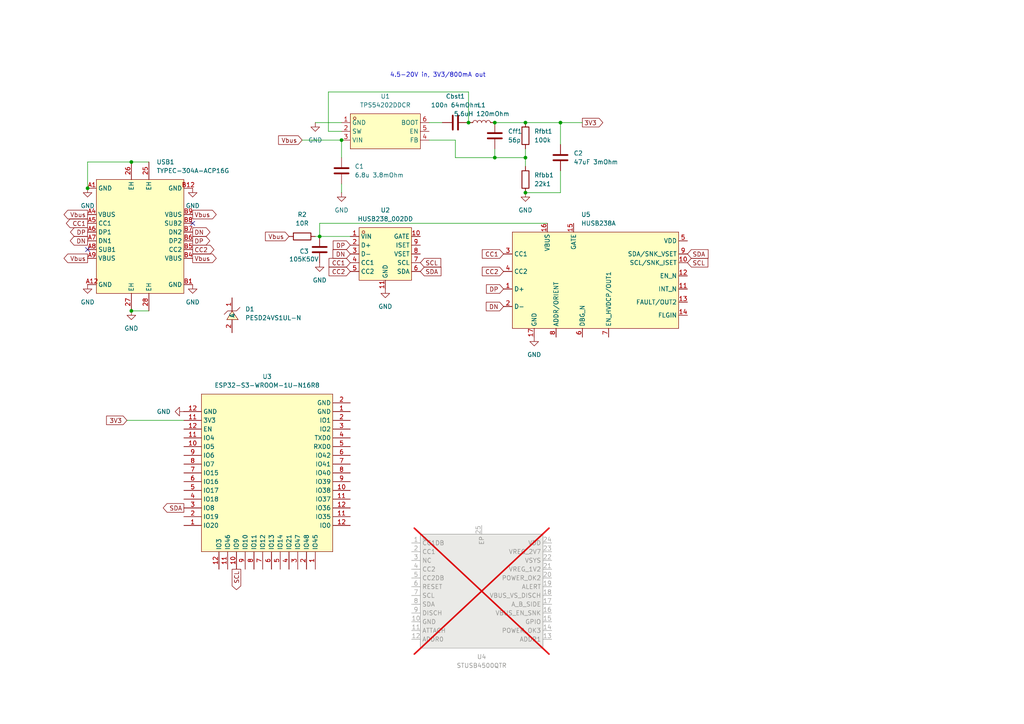
<source format=kicad_sch>
(kicad_sch (version 20231120) (generator "eeschema") (generator_version "8.0")
  (paper "A4")
  (lib_symbols
    (symbol "Device:C" (pin_numbers hide) (pin_names (offset 0.254))
      (property "Reference" "C" (at 0.635 2.54 0))
      (property "Value" "C" (at 0.635 -2.54 0))
      (symbol "C_0_1"
        (polyline (pts (xy -2.032 -0.762) (xy 2.032 -0.762)) (stroke (width 0.508)))
        (polyline (pts (xy -2.032 0.762) (xy 2.032 0.762)) (stroke (width 0.508)))
      )
      (symbol "C_1_1"
        (pin passive line (at 0 3.81 270) (length 2.794) (name "~") (number "1"))
        (pin passive line (at 0 -3.81 90) (length 2.794) (name "~") (number "2"))
      )
    )
    (symbol "Device:L" (pin_numbers hide) (pin_names (offset 1.016) hide)
      (property "Reference" "L" (at -1.27 0 90))
      (property "Value" "L" (at 1.905 0 90))
      (symbol "L_0_1"
        (arc (start 0 -2.54) (mid 0.6323 -1.905) (end 0 -1.27))
        (arc (start 0 -1.27) (mid 0.6323 -0.635) (end 0 0))
        (arc (start 0 0) (mid 0.6323 0.635) (end 0 1.27))
        (arc (start 0 1.27) (mid 0.6323 1.905) (end 0 2.54))
      )
      (symbol "L_1_1"
        (pin passive line (at 0 3.81 270) (length 1.27) (name "1") (number "1"))
        (pin passive line (at 0 -3.81 90) (length 1.27) (name "2") (number "2"))
      )
    )
    (symbol "Device:R" (pin_numbers hide) (pin_names (offset 0))
      (property "Reference" "R" (at 2.032 0 90))
      (property "Value" "R" (at 0 0 90))
      (symbol "R_0_1"
        (rectangle (start -1.016 -2.54) (end 1.016 2.54) (stroke (width 0.254)))
      )
      (symbol "R_1_1"
        (pin passive line (at 0 3.81 270) (length 1.27) (name "~") (number "1"))
        (pin passive line (at 0 -3.81 90) (length 1.27) (name "~") (number "2"))
      )
    )
    (symbol "EasyEda2Kicad:ESP32-S3-WROOM-1U-N16R8"
      (property "Reference" "U" (at 0 27.94 0))
      (property "Value" "ESP32-S3-WROOM-1U-N16R8" (at 0 -30.48 0))
      (symbol "ESP32-S3-WROOM-1U-N16R8_0_1"
        (rectangle (start -19.05 25.4) (end 19.05 -20.32) (fill (type background)))
        (pin power_in line (at 24.13 20.32 180) (length 5.08) (name "GND") (number "1"))
        (pin unspecified line (at -24.13 -12.7 0) (length 5.08) (name "IO20") (number "1"))
        (pin unspecified line (at 13.97 -25.4 90) (length 5.08) (name "IO45") (number "1"))
        (pin unspecified line (at 24.13 -2.54 180) (length 5.08) (name "IO38") (number "10"))
        (pin unspecified line (at -24.13 10.16 0) (length 5.08) (name "IO5") (number "10"))
        (pin unspecified line (at -8.89 -25.4 90) (length 5.08) (name "IO9") (number "10"))
        (pin power_in line (at -24.13 17.78 0) (length 5.08) (name "3V3") (number "11"))
        (pin unspecified line (at 24.13 -10.16 180) (length 5.08) (name "IO35") (number "11"))
        (pin unspecified line (at 24.13 -5.08 180) (length 5.08) (name "IO37") (number "11"))
        (pin unspecified line (at -24.13 12.7 0) (length 5.08) (name "IO4") (number "11"))
        (pin unspecified line (at -11.43 -25.4 90) (length 5.08) (name "IO46") (number "11"))
        (pin unspecified line (at -24.13 15.24 0) (length 5.08) (name "EN") (number "12"))
        (pin power_in line (at -24.13 20.32 0) (length 5.08) (name "GND") (number "12"))
        (pin unspecified line (at 24.13 -12.7 180) (length 5.08) (name "IO0") (number "12"))
        (pin unspecified line (at -13.97 -25.4 90) (length 5.08) (name "IO3") (number "12"))
        (pin unspecified line (at 24.13 -7.62 180) (length 5.08) (name "IO36") (number "12"))
        (pin power_in line (at 24.13 22.86 180) (length 5.08) (name "GND") (number "2"))
        (pin unspecified line (at 24.13 17.78 180) (length 5.08) (name "IO1") (number "2"))
        (pin unspecified line (at -24.13 -10.16 0) (length 5.08) (name "IO19") (number "2"))
        (pin unspecified line (at 11.43 -25.4 90) (length 5.08) (name "IO48") (number "2"))
        (pin unspecified line (at 24.13 15.24 180) (length 5.08) (name "IO2") (number "3"))
        (pin unspecified line (at 8.89 -25.4 90) (length 5.08) (name "IO47") (number "3"))
        (pin unspecified line (at -24.13 -7.62 0) (length 5.08) (name "IO8") (number "3"))
        (pin unspecified line (at -24.13 -5.08 0) (length 5.08) (name "IO18") (number "4"))
        (pin unspecified line (at 6.35 -25.4 90) (length 5.08) (name "IO21") (number "4"))
        (pin unspecified line (at 24.13 12.7 180) (length 5.08) (name "TXD0") (number "4"))
        (pin unspecified line (at 3.81 -25.4 90) (length 5.08) (name "IO14") (number "5"))
        (pin unspecified line (at -24.13 -2.54 0) (length 5.08) (name "IO17") (number "5"))
        (pin unspecified line (at 24.13 10.16 180) (length 5.08) (name "RXD0") (number "5"))
        (pin unspecified line (at 1.27 -25.4 90) (length 5.08) (name "IO13") (number "6"))
        (pin unspecified line (at -24.13 0 0) (length 5.08) (name "IO16") (number "6"))
        (pin unspecified line (at 24.13 7.62 180) (length 5.08) (name "IO42") (number "6"))
        (pin unspecified line (at -1.27 -25.4 90) (length 5.08) (name "IO12") (number "7"))
        (pin unspecified line (at -24.13 2.54 0) (length 5.08) (name "IO15") (number "7"))
        (pin unspecified line (at 24.13 5.08 180) (length 5.08) (name "IO41") (number "7"))
        (pin unspecified line (at -3.81 -25.4 90) (length 5.08) (name "IO11") (number "8"))
        (pin unspecified line (at 24.13 2.54 180) (length 5.08) (name "IO40") (number "8"))
        (pin unspecified line (at -24.13 5.08 0) (length 5.08) (name "IO7") (number "8"))
        (pin unspecified line (at -6.35 -25.4 90) (length 5.08) (name "IO10") (number "9"))
        (pin unspecified line (at 24.13 0 180) (length 5.08) (name "IO39") (number "9"))
        (pin unspecified line (at -24.13 7.62 0) (length 5.08) (name "IO6") (number "9"))
      )
    )
    (symbol "EasyEda2Kicad:HUSB238A"
      (property "Reference" "U" (at 0 21.59 0))
      (property "Value" "HUSB238A" (at 0 -21.59 0))
      (symbol "HUSB238A_0_1"
        (rectangle (start -24.13 13.97) (end 24.13 -13.97) (fill (type background)))
        (pin unspecified line (at -26.67 -2.54 0) (length 2.54) (name "D+") (number "1"))
        (pin unspecified line (at 26.67 5.08 180) (length 2.54) (name "SCL/SNK_ISET") (number "10"))
        (pin unspecified line (at 26.67 -2.54 180) (length 2.54) (name "INT_N") (number "11"))
        (pin unspecified line (at 26.67 1.27 180) (length 2.54) (name "EN_N") (number "12"))
        (pin unspecified line (at 26.67 -6.35 180) (length 2.54) (name "FAULT/OUT2") (number "13"))
        (pin unspecified line (at 26.67 -10.16 180) (length 2.54) (name "FLGIN") (number "14"))
        (pin unspecified line (at -6.35 16.51 270) (length 2.54) (name "GATE") (number "15"))
        (pin unspecified line (at -13.97 16.51 270) (length 2.54) (name "VBUS") (number "16"))
        (pin unspecified line (at -17.78 -16.51 90) (length 2.54) (name "GND") (number "17"))
        (pin unspecified line (at -26.67 -7.62 0) (length 2.54) (name "D-") (number "2"))
        (pin unspecified line (at -26.67 7.62 0) (length 2.54) (name "CC1") (number "3"))
        (pin unspecified line (at -26.67 2.54 0) (length 2.54) (name "CC2") (number "4"))
        (pin unspecified line (at 26.67 11.43 180) (length 2.54) (name "VDD") (number "5"))
        (pin unspecified line (at -3.81 -16.51 90) (length 2.54) (name "DBG_N") (number "6"))
        (pin unspecified line (at 3.81 -16.51 90) (length 2.54) (name "EN_HVDCP/OUT1") (number "7"))
        (pin unspecified line (at -11.43 -16.51 90) (length 2.54) (name "ADDR/ORIENT") (number "8"))
        (pin unspecified line (at 26.67 7.62 180) (length 2.54) (name "SDA/SNK_VSET") (number "9"))
      )
    )
    (symbol "EasyEda2Kicad:HUSB238_002DD"
      (property "Reference" "U" (at 0 10.16 0))
      (property "Value" "HUSB238_002DD" (at 0 -15.24 0))
      (symbol "HUSB238_002DD_0_1"
        (rectangle (start -7.62 7.62) (end 7.62 -7.62) (fill (type background)))
        (circle (center -6.35 6.35) (radius 0.38))
        (pin unspecified line (at -10.16 5.08 0) (length 2.54) (name "VIN") (number "1"))
        (pin unspecified line (at 10.16 5.08 180) (length 2.54) (name "GATE") (number "10"))
        (pin unspecified line (at 0 -10.16 90) (length 2.54) (name "GND") (number "11"))
        (pin unspecified line (at -10.16 2.54 0) (length 2.54) (name "D+") (number "2"))
        (pin unspecified line (at -10.16 0 0) (length 2.54) (name "D-") (number "3"))
        (pin unspecified line (at -10.16 -2.54 0) (length 2.54) (name "CC1") (number "4"))
        (pin unspecified line (at -10.16 -5.08 0) (length 2.54) (name "CC2") (number "5"))
        (pin unspecified line (at 10.16 -5.08 180) (length 2.54) (name "SDA") (number "6"))
        (pin unspecified line (at 10.16 -2.54 180) (length 2.54) (name "SCL") (number "7"))
        (pin unspecified line (at 10.16 0 180) (length 2.54) (name "VSET") (number "8"))
        (pin unspecified line (at 10.16 2.54 180) (length 2.54) (name "ISET") (number "9"))
      )
    )
    (symbol "EasyEda2Kicad:PESD24VS1UL-N"
      (property "Reference" "D" (at 0 5.08 0))
      (property "Value" "PESD24VS1UL-N" (at 0 -5.08 0))
      (symbol "PESD24VS1UL-N_0_1"
        (polyline (pts (xy -2.29 2.29) (xy -1.27 1.27) (xy -1.27 -1.27) (xy -0.25 -2.29)))
        (polyline (pts (xy 1.27 -1.52) (xy -1.27 0) (xy 1.27 1.78) (xy 1.27 -1.52)) (fill (type background)))
        (pin unspecified line (at -5.08 0 0) (length 3.81) (name "C") (number "1"))
        (pin unspecified line (at 5.08 0 180) (length 3.81) (name "A") (number "2"))
      )
    )
    (symbol "EasyEda2Kicad:TPS54202DDCR"
      (property "Reference" "U" (at 0 7.62 0))
      (property "Value" "TPS54202DDCR" (at 0 -7.62 0))
      (symbol "TPS54202DDCR_0_1"
        (rectangle (start -10.16 5.08) (end 10.16 -5.08) (fill (type background)))
        (circle (center -8.89 3.81) (radius 0.38))
        (pin unspecified line (at -12.7 2.54 0) (length 2.54) (name "GND") (number "1"))
        (pin unspecified line (at -12.7 0 0) (length 2.54) (name "SW") (number "2"))
        (pin unspecified line (at -12.7 -2.54 0) (length 2.54) (name "VIN") (number "3"))
        (pin unspecified line (at 12.7 -2.54 180) (length 2.54) (name "FB") (number "4"))
        (pin unspecified line (at 12.7 0 180) (length 2.54) (name "EN") (number "5"))
        (pin unspecified line (at 12.7 2.54 180) (length 2.54) (name "BOOT") (number "6"))
      )
    )
    (symbol "EasyEda2Kicad:TYPEC-304A-ACP16G"
      (property "Reference" "USB" (at 0 27.94 0))
      (property "Value" "TYPEC-304A-ACP16G" (at 0 -25.4 0))
      (symbol "TYPEC-304A-ACP16G_0_1"
        (rectangle (start -12.7 17.78) (end 12.7 -15.24) (fill (type background)))
        (pin unspecified line (at 2.54 22.86 270) (length 5.08) (name "EH") (number "25"))
        (pin unspecified line (at -2.54 22.86 270) (length 5.08) (name "EH") (number "26"))
        (pin unspecified line (at -2.54 -20.32 90) (length 5.08) (name "EH") (number "27"))
        (pin unspecified line (at 2.54 -20.32 90) (length 5.08) (name "EH") (number "28"))
        (pin unspecified line (at -15.24 15.24 0) (length 2.54) (name "GND") (number "A1"))
        (pin unspecified line (at -15.24 -12.7 0) (length 2.54) (name "GND") (number "A12"))
        (pin unspecified line (at -15.24 7.62 0) (length 2.54) (name "VBUS") (number "A4"))
        (pin unspecified line (at -15.24 5.08 0) (length 2.54) (name "CC1") (number "A5"))
        (pin unspecified line (at -15.24 2.54 0) (length 2.54) (name "DP1") (number "A6"))
        (pin unspecified line (at -15.24 0 0) (length 2.54) (name "DN1") (number "A7"))
        (pin unspecified line (at -15.24 -2.54 0) (length 2.54) (name "SUB1") (number "A8"))
        (pin unspecified line (at -15.24 -5.08 0) (length 2.54) (name "VBUS") (number "A9"))
        (pin unspecified line (at 15.24 -12.7 180) (length 2.54) (name "GND") (number "B1"))
        (pin unspecified line (at 15.24 15.24 180) (length 2.54) (name "GND") (number "B12"))
        (pin unspecified line (at 15.24 -5.08 180) (length 2.54) (name "VBUS") (number "B4"))
        (pin unspecified line (at 15.24 -2.54 180) (length 2.54) (name "CC2") (number "B5"))
        (pin unspecified line (at 15.24 0 180) (length 2.54) (name "DP2") (number "B6"))
        (pin unspecified line (at 15.24 2.54 180) (length 2.54) (name "DN2") (number "B7"))
        (pin unspecified line (at 15.24 5.08 180) (length 2.54) (name "SUB2") (number "B8"))
        (pin unspecified line (at 15.24 7.62 180) (length 2.54) (name "VBUS") (number "B9"))
      )
    )
    (symbol "STUSB4500QTR_1"
      (property "Reference" "U" (at 0 24.13 0))
      (property "Value" "STUSB4500QTR" (at 0 -19.05 0))
      (symbol "STUSB4500QTR_1_0_1"
        (rectangle (start -17.78 16.51) (end 17.78 -16.51) (fill (type background)))
        (circle (center -16.51 15.24) (radius 0.38))
        (pin unspecified line (at -20.32 13.97 0) (length 2.54) (name "CC1DB") (number "1"))
        (pin unspecified line (at -20.32 -8.89 0) (length 2.54) (name "GND") (number "10"))
        (pin unspecified line (at -20.32 -11.43 0) (length 2.54) (name "ATTACH") (number "11"))
        (pin unspecified line (at -20.32 -13.97 0) (length 2.54) (name "ADDR0") (number "12"))
        (pin unspecified line (at 20.32 -13.97 180) (length 2.54) (name "ADDR1") (number "13"))
        (pin unspecified line (at 20.32 -11.43 180) (length 2.54) (name "POWER_OK3") (number "14"))
        (pin unspecified line (at 20.32 -8.89 180) (length 2.54) (name "GPIO") (number "15"))
        (pin unspecified line (at 20.32 -6.35 180) (length 2.54) (name "VBUS_EN_SNK") (number "16"))
        (pin unspecified line (at 20.32 -3.81 180) (length 2.54) (name "A_B_SIDE") (number "17"))
        (pin unspecified line (at 20.32 -1.27 180) (length 2.54) (name "VBUS_VS_DISCH") (number "18"))
        (pin unspecified line (at 20.32 1.27 180) (length 2.54) (name "ALERT") (number "19"))
        (pin unspecified line (at -20.32 11.43 0) (length 2.54) (name "CC1") (number "2"))
        (pin unspecified line (at 20.32 3.81 180) (length 2.54) (name "POWER_OK2") (number "20"))
        (pin unspecified line (at 20.32 6.35 180) (length 2.54) (name "VREG_1V2") (number "21"))
        (pin unspecified line (at 20.32 8.89 180) (length 2.54) (name "VSYS") (number "22"))
        (pin unspecified line (at 20.32 11.43 180) (length 2.54) (name "VREG_2V7") (number "23"))
        (pin unspecified line (at 20.32 13.97 180) (length 2.54) (name "VDD") (number "24"))
        (pin unspecified line (at 0 19.05 270) (length 2.54) (name "EP") (number "25"))
        (pin unspecified line (at -20.32 8.89 0) (length 2.54) (name "NC") (number "3"))
        (pin unspecified line (at -20.32 6.35 0) (length 2.54) (name "CC2") (number "4"))
        (pin unspecified line (at -20.32 3.81 0) (length 2.54) (name "CC2DB") (number "5"))
        (pin unspecified line (at -20.32 1.27 0) (length 2.54) (name "RESET") (number "6"))
        (pin unspecified line (at -20.32 -1.27 0) (length 2.54) (name "SCL") (number "7"))
        (pin unspecified line (at -20.32 -3.81 0) (length 2.54) (name "SDA") (number "8"))
        (pin unspecified line (at -20.32 -6.35 0) (length 2.54) (name "DISCH") (number "9"))
      )
    )
    (symbol "power:GND" (power) (pin_numbers hide) (pin_names (offset 0) hide)
      (property "Value" "GND" (at 0 -3.81 0))
      (symbol "GND_0_1"
        (polyline (pts (xy 0 0) (xy 0 -1.27) (xy 1.27 -1.27) (xy 0 -2.54) (xy -1.27 -1.27) (xy 0 -1.27)))
      )
      (symbol "GND_1_1"
        (pin power_in line (at 0 0 270) (length 0) (name "~") (number "1"))
      )
    )
  )
  (junction (at 152.4 45.72))
  (junction (at 38.1 46.99))
  (junction (at 38.1 90.17))
  (junction (at 152.4 55.88))
  (junction (at 152.4 35.56))
  (junction (at 162.56 35.56))
  (junction (at 99.06 40.64))
  (junction (at 25.4 54.61))
  (junction (at 92.71 68.58))
  (junction (at 143.51 35.56))
  (junction (at 135.89 35.56))
  (junction (at 143.51 45.72))
  (no_connect (at 55.88 64.77))
  (no_connect (at 25.4 72.39))
  (wire (pts (xy 143.51 45.72) (xy 143.51 43.18)))
  (wire (pts (xy 91.44 68.58) (xy 92.71 68.58)))
  (wire (pts (xy 87.63 40.64) (xy 99.06 40.64)))
  (wire (pts (xy 132.08 45.72) (xy 143.51 45.72)))
  (wire (pts (xy 128.27 35.56) (xy 124.46 35.56)))
  (wire (pts (xy 135.89 26.67) (xy 135.89 35.56)))
  (wire (pts (xy 132.08 40.64) (xy 132.08 45.72)))
  (wire (pts (xy 99.06 40.64) (xy 99.06 45.72)))
  (wire (pts (xy 162.56 35.56) (xy 152.4 35.56)))
  (wire (pts (xy 95.25 26.67) (xy 135.89 26.67)))
  (wire (pts (xy 92.71 64.77) (xy 92.71 68.58)))
  (wire (pts (xy 92.71 68.58) (xy 101.6 68.58)))
  (wire (pts (xy 162.56 49.53) (xy 162.56 55.88)))
  (wire (pts (xy 38.1 90.17) (xy 43.18 90.17)))
  (wire (pts (xy 143.51 35.56) (xy 152.4 35.56)))
  (wire (pts (xy 152.4 43.18) (xy 152.4 45.72)))
  (wire (pts (xy 36.83 121.92) (xy 53.34 121.92)))
  (wire (pts (xy 99.06 35.56) (xy 91.44 35.56)))
  (wire (pts (xy 152.4 45.72) (xy 143.51 45.72)))
  (wire (pts (xy 38.1 46.99) (xy 43.18 46.99)))
  (wire (pts (xy 162.56 55.88) (xy 152.4 55.88)))
  (wire (pts (xy 38.1 46.99) (xy 25.4 46.99)))
  (wire (pts (xy 99.06 38.1) (xy 95.25 38.1)))
  (wire (pts (xy 95.25 38.1) (xy 95.25 26.67)))
  (wire (pts (xy 152.4 45.72) (xy 152.4 48.26)))
  (wire (pts (xy 162.56 41.91) (xy 162.56 35.56)))
  (wire (pts (xy 124.46 40.64) (xy 132.08 40.64)))
  (wire (pts (xy 162.56 35.56) (xy 168.91 35.56)))
  (wire (pts (xy 25.4 46.99) (xy 25.4 54.61)))
  (wire (pts (xy 99.06 53.34) (xy 99.06 55.88)))
  (wire (pts (xy 92.71 64.77) (xy 158.75 64.77)))
  (text "4.5-20V in, 3V3/800mA out" (at 127 21.844 0) (effects (font (size 1.27 1.27))))
  (global_label "DP" (shape output) (at 25.4 67.31 180) (property "Intersheetrefs" "${INTERSHEET_REFS}" (effects (hide yes))))
  (global_label "SDA" (shape input) (at 121.92 78.74 0) (property "Intersheetrefs" "${INTERSHEET_REFS}" (effects (hide yes))))
  (global_label "DP" (shape output) (at 55.88 69.85 0) (property "Intersheetrefs" "${INTERSHEET_REFS}" (effects (hide yes))))
  (global_label "DN" (shape output) (at 55.88 67.31 0) (property "Intersheetrefs" "${INTERSHEET_REFS}" (effects (hide yes))))
  (global_label "DP" (shape input) (at 146.05 83.82 180) (property "Intersheetrefs" "${INTERSHEET_REFS}" (effects (hide yes))))
  (global_label "Vbus" (shape input) (at 83.82 68.58 180) (property "Intersheetrefs" "${INTERSHEET_REFS}" (effects (hide yes))))
  (global_label "SDA" (shape output) (at 53.34 147.32 180) (property "Intersheetrefs" "${INTERSHEET_REFS}" (effects (hide yes))))
  (global_label "Vbus" (shape output) (at 55.88 74.93 0) (property "Intersheetrefs" "${INTERSHEET_REFS}" (effects (hide yes))))
  (global_label "Vbus" (shape output) (at 55.88 62.23 0) (property "Intersheetrefs" "${INTERSHEET_REFS}" (effects (hide yes))))
  (global_label "SCL" (shape output) (at 68.58 165.1 270) (property "Intersheetrefs" "${INTERSHEET_REFS}" (effects (hide yes))))
  (global_label "SCL" (shape input) (at 199.39 76.2 0) (property "Intersheetrefs" "${INTERSHEET_REFS}" (effects (hide yes))))
  (global_label "DN" (shape input) (at 146.05 88.9 180) (property "Intersheetrefs" "${INTERSHEET_REFS}" (effects (hide yes))))
  (global_label "SDA" (shape input) (at 199.39 73.66 0) (property "Intersheetrefs" "${INTERSHEET_REFS}" (effects (hide yes))))
  (global_label "CC2" (shape input) (at 101.6 78.74 180) (property "Intersheetrefs" "${INTERSHEET_REFS}" (effects (hide yes))))
  (global_label "CC1" (shape input) (at 146.05 73.66 180) (property "Intersheetrefs" "${INTERSHEET_REFS}" (effects (hide yes))))
  (global_label "Vbus" (shape output) (at 25.4 62.23 180) (property "Intersheetrefs" "${INTERSHEET_REFS}" (effects (hide yes))))
  (global_label "DN" (shape input) (at 101.6 73.66 180) (property "Intersheetrefs" "${INTERSHEET_REFS}" (effects (hide yes))))
  (global_label "Vbus" (shape input) (at 87.63 40.64 180) (property "Intersheetrefs" "${INTERSHEET_REFS}" (effects (hide yes))))
  (global_label "CC2" (shape output) (at 55.88 72.39 0) (property "Intersheetrefs" "${INTERSHEET_REFS}" (effects (hide yes))))
  (global_label "Vbus" (shape output) (at 25.4 74.93 180) (property "Intersheetrefs" "${INTERSHEET_REFS}" (effects (hide yes))))
  (global_label "DN" (shape output) (at 25.4 69.85 180) (property "Intersheetrefs" "${INTERSHEET_REFS}" (effects (hide yes))))
  (global_label "CC1" (shape input) (at 101.6 76.2 180) (property "Intersheetrefs" "${INTERSHEET_REFS}" (effects (hide yes))))
  (global_label "3V3" (shape input) (at 36.83 121.92 180) (property "Intersheetrefs" "${INTERSHEET_REFS}" (effects (hide yes))))
  (global_label "CC1" (shape output) (at 25.4 64.77 180) (property "Intersheetrefs" "${INTERSHEET_REFS}" (effects (hide yes))))
  (global_label "SCL" (shape input) (at 121.92 76.2 0) (property "Intersheetrefs" "${INTERSHEET_REFS}" (effects (hide yes))))
  (global_label "3V3" (shape output) (at 168.91 35.56 0) (property "Intersheetrefs" "${INTERSHEET_REFS}" (effects (hide yes))))
  (global_label "DP" (shape input) (at 101.6 71.12 180) (property "Intersheetrefs" "${INTERSHEET_REFS}" (effects (hide yes))))
  (global_label "CC2" (shape input) (at 146.05 78.74 180) (property "Intersheetrefs" "${INTERSHEET_REFS}" (effects (hide yes))))
  (symbol (lib_id "EasyEda2Kicad:TYPEC-304A-ACP16G") (at 40.64 69.85 0) (unit 1)
    (property "Reference" "USB1" (at 45.3741 46.99 0) (effects (justify left)))
    (property "Value" "TYPEC-304A-ACP16G" (at 45.3741 49.53 0) (effects (justify left)))
    (property "Footprint" "easyeda2kicad:USB-C-SMD_XUNPU_TYPEC-304A-ACP16W" (effects (hide yes)))
    (property "LCSC Part" "C2909608" (effects (hide yes)))
  )
  (symbol (lib_id "power:GND") (at 99.06 55.88 0) (unit 1)
    (property "Reference" "#PWR07" (effects (hide yes)))
    (property "Value" "GND" (at 99.06 60.96 0))
    (property "Description" "Power symbol creates a global label with name \"GND\" , ground" (effects (hide yes)))
  )
  (symbol (lib_id "Device:C") (at 99.06 49.53 0) (unit 1)
    (property "Reference" "C1" (at 102.87 48.2599 0) (effects (justify left)))
    (property "Value" "6.8u 3.8mOhm" (at 102.87 50.7999 0) (effects (justify left)))
    (property "Description" "Unpolarized capacitor" (effects (hide yes)))
  )
  (symbol (lib_id "EasyEda2Kicad:HUSB238A") (at 172.72 81.28 0) (unit 1)
    (property "Reference" "U5" (at 168.5641 62.23 0) (effects (justify left)))
    (property "Value" "HUSB238A" (at 168.5641 64.77 0) (effects (justify left)))
    (property "Footprint" "easyeda2kicad:QFN-16_L3.0-W3.0-P0.50-BL-EP1.7" (effects (hide yes)))
    (property "LCSC Part" "C9900049079" (effects (hide yes)))
  )
  (symbol (lib_id "EasyEda2Kicad:PESD24VS1UL-N") (at 67.31 91.44 270) (unit 1)
    (property "Reference" "D1" (at 71.12 89.6599 90) (effects (justify left)))
    (property "Value" "PESD24VS1UL-N" (at 71.12 92.1999 90) (effects (justify left)))
    (property "Footprint" "easyeda2kicad:DFN1006-2L-RD" (effects (hide yes)))
    (property "Datasheet" "https://lcsc.com/product-detail/Diodes-ESD_Bourne-Semicon-Shenzhen-PESD24VS1UL-N_C406227.html" (effects (hide yes)))
    (property "LCSC Part" "C406227" (effects (hide yes)))
  )
  (symbol (lib_id "Device:R") (at 87.63 68.58 90) (unit 1)
    (property "Reference" "R2" (at 87.63 62.23 90))
    (property "Value" "10R" (at 87.63 64.77 90))
    (property "Description" "Resistor" (effects (hide yes)))
  )
  (symbol (lib_id "EasyEda2Kicad:HUSB238_002DD") (at 111.76 73.66 0) (unit 1)
    (property "Reference" "U2" (at 111.76 60.96 0))
    (property "Value" "HUSB238_002DD" (at 111.76 63.5 0))
    (property "Footprint" "easyeda2kicad:DFN-10_L3.0-W3.0-P0.50-BL-EP2.5" (effects (hide yes)))
    (property "LCSC Part" "C7471904" (effects (hide yes)))
  )
  (symbol (lib_id "power:GND") (at 111.76 83.82 0) (unit 1)
    (property "Reference" "#PWR08" (effects (hide yes)))
    (property "Value" "GND" (at 111.76 88.9 0))
    (property "Description" "Power symbol creates a global label with name \"GND\" , ground" (effects (hide yes)))
  )
  (symbol (lib_id "power:GND") (at 91.44 35.56 0) (unit 1)
    (property "Reference" "#PWR06" (effects (hide yes)))
    (property "Value" "GND" (at 91.44 40.64 0))
    (property "Description" "Power symbol creates a global label with name \"GND\" , ground" (effects (hide yes)))
  )
  (symbol (lib_id "Device:C") (at 92.71 72.39 0) (unit 1)
    (property "Reference" "C3" (at 86.868 72.898 0) (effects (justify left)))
    (property "Value" "105K50V" (at 83.82 75.184 0) (effects (justify left)))
    (property "Description" "Unpolarized capacitor" (effects (hide yes)))
  )
  (symbol (lib_id "Device:R") (at 152.4 39.37 0) (unit 1)
    (property "Reference" "Rfbt1" (at 154.94 38.0999 0) (effects (justify left)))
    (property "Value" "100k" (at 154.94 40.6399 0) (effects (justify left)))
    (property "Description" "Resistor" (effects (hide yes)))
  )
  (symbol (lib_id "Device:R") (at 152.4 52.07 0) (unit 1)
    (property "Reference" "Rfbb1" (at 154.94 50.7999 0) (effects (justify left)))
    (property "Value" "22k1" (at 154.94 53.3399 0) (effects (justify left)))
    (property "Description" "Resistor" (effects (hide yes)))
  )
  (symbol (lib_id "Device:C") (at 162.56 45.72 0) (unit 1)
    (property "Reference" "C2" (at 166.37 44.4499 0) (effects (justify left)))
    (property "Value" "47uF 3mOhm" (at 166.37 46.9899 0) (effects (justify left)))
    (property "Description" "Unpolarized capacitor" (effects (hide yes)))
  )
  (symbol (lib_id "power:GND") (at 55.88 82.55 0) (unit 1)
    (property "Reference" "#PWR05" (effects (hide yes)))
    (property "Value" "GND" (at 55.88 87.63 0))
    (property "Description" "Power symbol creates a global label with name \"GND\" , ground" (effects (hide yes)))
  )
  (symbol (lib_id "power:GND") (at 25.4 82.55 0) (unit 1)
    (property "Reference" "#PWR02" (effects (hide yes)))
    (property "Value" "GND" (at 25.4 87.63 0))
    (property "Description" "Power symbol creates a global label with name \"GND\" , ground" (effects (hide yes)))
  )
  (symbol (lib_id "power:GND") (at 38.1 90.17 0) (unit 1)
    (property "Reference" "#PWR03" (effects (hide yes)))
    (property "Value" "GND" (at 38.1 95.25 0))
    (property "Description" "Power symbol creates a global label with name \"GND\" , ground" (effects (hide yes)))
  )
  (symbol (lib_id "power:GND") (at 55.88 54.61 0) (unit 1)
    (property "Reference" "#PWR04" (effects (hide yes)))
    (property "Value" "GND" (at 55.88 59.69 0))
    (property "Description" "Power symbol creates a global label with name \"GND\" , ground" (effects (hide yes)))
  )
  (symbol (lib_id "Device:C") (at 143.51 39.37 0) (unit 1)
    (property "Reference" "Cff1" (at 147.32 38.0999 0) (effects (justify left)))
    (property "Value" "56p" (at 147.32 40.6399 0) (effects (justify left)))
    (property "Description" "Unpolarized capacitor" (effects (hide yes)))
  )
  (symbol (lib_id "power:GND") (at 154.94 97.79 0) (unit 1)
    (property "Reference" "#PWR012" (effects (hide yes)))
    (property "Value" "GND" (at 154.94 102.87 0))
    (property "Description" "Power symbol creates a global label with name \"GND\" , ground" (effects (hide yes)))
  )
  (symbol (lib_id "power:GND") (at 152.4 55.88 0) (unit 1)
    (property "Reference" "#PWR09" (effects (hide yes)))
    (property "Value" "GND" (at 152.4 60.96 0))
    (property "Description" "Power symbol creates a global label with name \"GND\" , ground" (effects (hide yes)))
  )
  (symbol (lib_id "power:GND") (at 25.4 54.61 0) (unit 1)
    (property "Reference" "#PWR01" (effects (hide yes)))
    (property "Value" "GND" (at 25.4 59.69 0))
    (property "Description" "Power symbol creates a global label with name \"GND\" , ground" (effects (hide yes)))
  )
  (symbol (lib_id "Device:C") (at 132.08 35.56 90) (unit 1)
    (property "Reference" "Cbst1" (at 132.08 27.94 90))
    (property "Value" "100n 64mOhm" (at 132.08 30.48 90))
    (property "Description" "Unpolarized capacitor" (effects (hide yes)))
  )
  (symbol (lib_id "EasyEda2Kicad:ESP32-S3-WROOM-1U-N16R8") (at 77.47 139.7 0) (unit 1)
    (property "Reference" "U3" (at 77.47 109.22 0))
    (property "Value" "ESP32-S3-WROOM-1U-N16R8" (at 77.47 111.76 0))
    (property "Footprint" "easyeda2kicad:WIRELM-SMD_ESP32-S3-WROOM-1U" (effects (hide yes)))
    (property "LCSC Part" "C3013946" (effects (hide yes)))
  )
  (symbol (lib_id "Device:L") (at 139.7 35.56 90) (unit 1)
    (property "Reference" "L1" (at 139.7 30.48 90))
    (property "Value" "5.6uH 120mOhm" (at 139.7 33.02 90))
    (property "Description" "Inductor" (effects (hide yes)))
  )
  (symbol (lib_name "STUSB4500QTR_1") (lib_id "EasyEda2Kicad:STUSB4500QTR") (at 139.7 171.45 0) (unit 1) (dnp yes)
    (property "Reference" "U4" (at 139.7 190.5 0))
    (property "Value" "STUSB4500QTR" (at 139.7 193.04 0))
    (property "Footprint" "easyeda2kicad:QFN-24_L4.0-W4.0-P0.50-BL-EP2.8" (effects (hide yes)))
    (property "Datasheet" "https://github.com/usb-c/STUSB4500/" (effects (hide yes)))
    (property "LCSC Part" "C2678061" (effects (hide yes)))
  )
  (symbol (lib_id "power:GND") (at 92.71 76.2 0) (unit 1)
    (property "Reference" "#PWR010" (effects (hide yes)))
    (property "Value" "GND" (at 92.71 81.28 0))
    (property "Description" "Power symbol creates a global label with name \"GND\" , ground" (effects (hide yes)))
  )
  (symbol (lib_id "EasyEda2Kicad:TPS54202DDCR") (at 111.76 38.1 0) (unit 1)
    (property "Reference" "U1" (at 111.76 27.94 0))
    (property "Value" "TPS54202DDCR" (at 111.76 30.48 0))
    (property "Footprint" "easyeda2kicad:SOT-23-6_L2.9-W1.6-P0.95-LS2.8-BL" (effects (hide yes)))
    (property "Datasheet" "https://lcsc.com/product-detail/Others_Texas-Instruments_TPS54202DDCR_Texas-Instruments-TI-TPS54202DDCR_C191884.html" (effects (hide yes)))
    (property "LCSC Part" "C191884" (effects (hide yes)))
  )
  (symbol (lib_id "power:GND") (at 53.34 119.38 270) (unit 1)
    (property "Reference" "#PWR011" (effects (hide yes)))
    (property "Value" "GND" (at 49.53 119.3799 90) (effects (justify right)))
    (property "Description" "Power symbol creates a global label with name \"GND\" , ground" (effects (hide yes)))
  )
)
</source>
